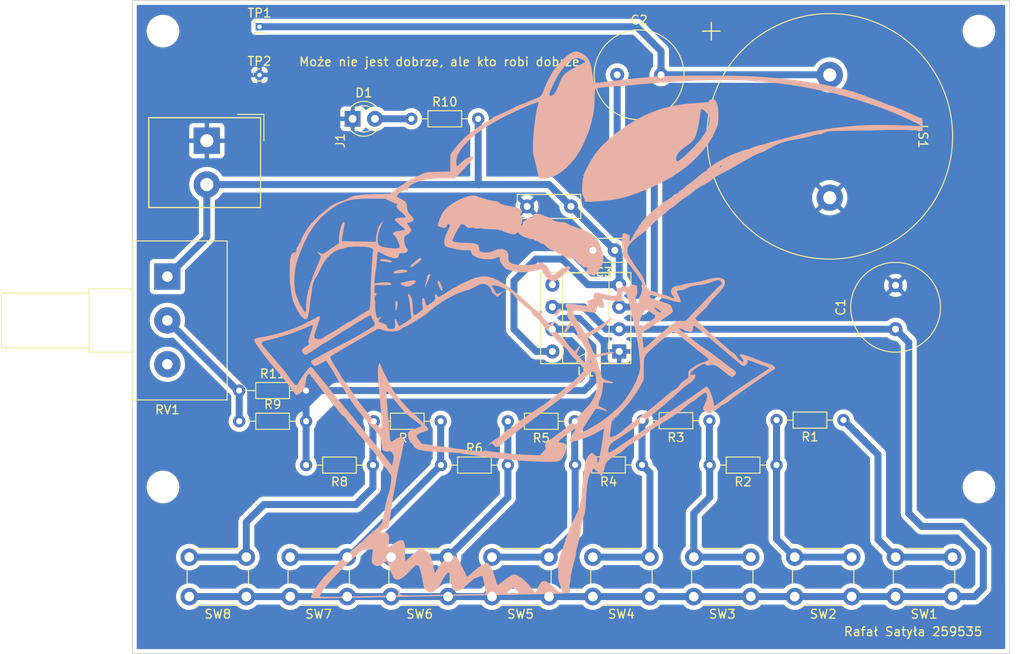
<source format=kicad_pcb>
(kicad_pcb (version 20221018) (generator pcbnew)
  (layers (0 "F.Cu" signal) (31 "B.Cu" signal) (34 "B.Paste" user) (35 "F.Paste" user) (36 "B.SilkS" user "B.Silkscreen") (37 "F.SilkS" user "F.Silkscreen") (38 "B.Mask" user) (39 "F.Mask" user) (44 "Edge.Cuts" user))
  (net 0 "")
  (net 1 "Net-(C1-Pad1)")
  (net 2 "GND")
  (net 3 "Net-(C2-Pad1)")
  (net 4 "+9V")
  (net 5 "Net-(R1-Pad1)")
  (net 6 "Net-(R8-Pad2)")
  (net 7 "Net-(R9-Pad1)")
  (net 10 "Net-(R1-Pad2)")
  (net 11 "Net-(R2-Pad2)")
  (net 12 "Net-(R3-Pad2)")
  (net 13 "Net-(R4-Pad2)")
  (net 14 "Net-(R5-Pad2)")
  (net 15 "Net-(R6-Pad1)")
  (net 16 "Net-(R7-Pad2)")
  (net 17 "Net-(D1-Pad2)")
  (net 18 "Net-(C2-Pad2)")
  (footprint "Resistor_THT:R_Axial_DIN0204_L3.6mm_D1.6mm_P7.62mm_Horizontal" (layer "F.Cu") (at 113.43 108.5 180)
    (fp_text reference "R2" (at 3.81 -1.92) (layer "F.SilkS"))
    (fp_text value "R")
    (pad "1" thru_hole circle (at 0 0 180) (size 1.4 1.4) (drill 0.7) (layers "*.Cu" "*.Mask") (net 10 "Net-(R1-Pad2)"))
    (pad "2" thru_hole oval (at 7.62 0 180) (size 1.4 1.4) (drill 0.7) (layers "*.Cu" "*.Mask") (net 11 "Net-(R2-Pad2)"))
  )
  (footprint "Connector_PinHeader_1.00mm:PinHeader_1x01_P1.00mm_Vertical" (layer "F.Cu") (at 54.5 64)
    (fp_text reference "TP2" (at 0 -1.56) (layer "F.SilkS"))
    (fp_text value "TestPoint")
    (pad "1" thru_hole rect (at 0 0) (size 0.85 0.85) (drill 0.5) (layers "*.Cu" "*.Mask") (net 2 "GND"))
  )
  (footprint "my_library:Speaker_botland" (layer "F.Cu") (at 119.5 71 -90)
    (fp_text reference "LS1" (at 0 -10.62 -90 unlocked) (layer "F.SilkS"))
    (fp_text value "Speaker" hide)
    (pad "1" thru_hole circle (at -7 0 270) (size 3 3) (drill 1.5) (layers "*.Cu" "*.Mask") (net 18 "Net-(C2-Pad2)"))
    (pad "2" thru_hole circle (at 7 0 270) (size 3 3) (drill 1.5) (layers "*.Cu" "*.Mask") (net 2 "GND"))
  )
  (footprint "MountingHole:MountingHole_2.7mm" (layer "F.Cu") (at 43.5 59)
    (fp_text reference "H3" hide)
    (fp_text value "MountingHole")
    (pad "" np_thru_hole circle (at 0 0) (size 2.7 2.7) (drill 2.7) (layers "*.Cu" "*.Mask"))
  )
  (footprint "TerminalBlock_Altech:Altech_AK300_1x02_P5.00mm_45-Degree" (layer "F.Cu") (at 48.5 71.5 -90)
    (fp_text reference "J1" (at 0 -15.2 90) (layer "F.SilkS"))
    (fp_text value "Screw_Terminal_01x02")
    (pad "1" thru_hole rect (at 0 0 270) (size 3 3) (drill 1.5) (layers "*.Cu" "*.Mask") (net 2 "GND"))
    (pad "2" thru_hole circle (at 5 0 270) (size 3 3) (drill 1.5) (layers "*.Cu" "*.Mask") (net 4 "+9V"))
  )
  (footprint "MountingHole:MountingHole_2.7mm" (layer "F.Cu") (at 136.5 111)
    (fp_text reference "H2" hide)
    (fp_text value "MountingHole")
    (pad "" np_thru_hole circle (at 0 0) (size 2.7 2.7) (drill 2.7) (layers "*.Cu" "*.Mask"))
  )
  (footprint "Capacitor_THT:C_Radial_D10.0mm_H12.5mm_P5.00mm" (layer "F.Cu") (at 95.267258 63.980865)
    (fp_text reference "C2" (at 2.5 -6.25) (layer "F.SilkS"))
    (fp_text value "C_Polarized")
    (pad "1" thru_hole circle (at 0 0) (size 1.6 1.6) (drill 0.8) (layers "*.Cu" "*.Mask") (net 3 "Net-(C2-Pad1)"))
    (pad "2" thru_hole circle (at 5 0) (size 1.6 1.6) (drill 0.8) (layers "*.Cu" "*.Mask") (net 18 "Net-(C2-Pad2)"))
  )
  (footprint "Button_Switch_THT:SW_PUSH_6mm_H8mm" (layer "F.Cu") (at 122 123.5 180)
    (fp_text reference "SW2" (at 3.25 -2) (layer "F.SilkS"))
    (fp_text value "SW_MEC_5E")
    (pad "1" thru_hole circle (at 0 0 270) (size 2 2) (drill 1.1) (layers "*.Cu" "*.Mask") (net 1 "Net-(C1-Pad1)"))
    (pad "1" thru_hole circle (at 6.5 0 270) (size 2 2) (drill 1.1) (layers "*.Cu" "*.Mask") (net 1 "Net-(C1-Pad1)"))
    (pad "2" thru_hole circle (at 0 4.5 270) (size 2 2) (drill 1.1) (layers "*.Cu" "*.Mask") (net 10 "Net-(R1-Pad2)"))
    (pad "2" thru_hole circle (at 6.5 4.5 270) (size 2 2) (drill 1.1) (layers "*.Cu" "*.Mask") (net 10 "Net-(R1-Pad2)"))
  )
  (footprint "Resistor_THT:R_Axial_DIN0204_L3.6mm_D1.6mm_P7.62mm_Horizontal" (layer "F.Cu") (at 121.056306 103.366171 180)
    (fp_text reference "R1" (at 3.81 -1.92) (layer "F.SilkS"))
    (fp_text value "R")
    (pad "1" thru_hole circle (at 0 0 180) (size 1.4 1.4) (drill 0.7) (layers "*.Cu" "*.Mask") (net 5 "Net-(R1-Pad1)"))
    (pad "2" thru_hole oval (at 7.62 0 180) (size 1.4 1.4) (drill 0.7) (layers "*.Cu" "*.Mask") (net 10 "Net-(R1-Pad2)"))
  )
  (footprint "Resistor_THT:R_Axial_DIN0204_L3.6mm_D1.6mm_P7.62mm_Horizontal" (layer "F.Cu") (at 98.097753 108.483439 180)
    (fp_text reference "R4" (at 3.81 -1.92) (layer "F.SilkS"))
    (fp_text value "R")
    (pad "1" thru_hole circle (at 0 0 180) (size 1.4 1.4) (drill 0.7) (layers "*.Cu" "*.Mask") (net 12 "Net-(R3-Pad2)"))
    (pad "2" thru_hole oval (at 7.62 0 180) (size 1.4 1.4) (drill 0.7) (layers "*.Cu" "*.Mask") (net 13 "Net-(R4-Pad2)"))
  )
  (footprint "Resistor_THT:R_Axial_DIN0204_L3.6mm_D1.6mm_P7.62mm_Horizontal" (layer "F.Cu") (at 75.152451 103.5 180)
    (fp_text reference "R7" (at 3.81 -1.92) (layer "F.SilkS"))
    (fp_text value "R")
    (pad "1" thru_hole circle (at 0 0 180) (size 1.4 1.4) (drill 0.7) (layers "*.Cu" "*.Mask") (net 15 "Net-(R6-Pad1)"))
    (pad "2" thru_hole oval (at 7.62 0 180) (size 1.4 1.4) (drill 0.7) (layers "*.Cu" "*.Mask") (net 16 "Net-(R7-Pad2)"))
  )
  (footprint "Button_Switch_THT:SW_PUSH_6mm_H8mm" (layer "F.Cu") (at 53 123.5 180)
    (fp_text reference "SW8" (at 3.25 -2) (layer "F.SilkS"))
    (fp_text value "SW_MEC_5E")
    (pad "1" thru_hole circle (at 0 0 270) (size 2 2) (drill 1.1) (layers "*.Cu" "*.Mask") (net 1 "Net-(C1-Pad1)"))
    (pad "1" thru_hole circle (at 6.5 0 270) (size 2 2) (drill 1.1) (layers "*.Cu" "*.Mask") (net 1 "Net-(C1-Pad1)"))
    (pad "2" thru_hole circle (at 0 4.5 270) (size 2 2) (drill 1.1) (layers "*.Cu" "*.Mask") (net 16 "Net-(R7-Pad2)"))
    (pad "2" thru_hole circle (at 6.5 4.5 270) (size 2 2) (drill 1.1) (layers "*.Cu" "*.Mask") (net 16 "Net-(R7-Pad2)"))
  )
  (footprint "Capacitor_THT:C_Disc_D7.0mm_W2.5mm_P5.00mm" (layer "F.Cu") (at 90 79 180)
    (fp_text reference "C4" (at 2.5 -2.5) (layer "F.SilkS"))
    (fp_text value "C_Small")
    (pad "1" thru_hole circle (at 0 0 180) (size 1.6 1.6) (drill 0.8) (layers "*.Cu" "*.Mask") (net 4 "+9V"))
    (pad "2" thru_hole circle (at 5 0 180) (size 1.6 1.6) (drill 0.8) (layers "*.Cu" "*.Mask") (net 2 "GND"))
  )
  (footprint "Resistor_THT:R_Axial_DIN0204_L3.6mm_D1.6mm_P7.62mm_Horizontal" (layer "F.Cu") (at 90.43 103.5 180)
    (fp_text reference "R5" (at 3.81 -1.92) (layer "F.SilkS"))
    (fp_text value "R")
    (pad "1" thru_hole circle (at 0 0 180) (size 1.4 1.4) (drill 0.7) (layers "*.Cu" "*.Mask") (net 13 "Net-(R4-Pad2)"))
    (pad "2" thru_hole oval (at 7.62 0 180) (size 1.4 1.4) (drill 0.7) (layers "*.Cu" "*.Mask") (net 14 "Net-(R5-Pad2)"))
  )
  (footprint "LED_THT:LED_D3.0mm" (layer "F.Cu") (at 65.12 69)
    (fp_text reference "D1" (at 1.27 -2.96) (layer "F.SilkS"))
    (fp_text value "LED")
    (pad "1" thru_hole rect (at 0 0) (size 1.8 1.8) (drill 0.9) (layers "*.Cu" "*.Mask") (net 2 "GND"))
    (pad "2" thru_hole circle (at 2.54 0) (size 1.8 1.8) (drill 0.9) (layers "*.Cu" "*.Mask") (net 17 "Net-(D1-Pad2)"))
  )
  (footprint "Button_Switch_THT:SW_PUSH_6mm_H8mm" (layer "F.Cu") (at 76 123.5 180)
    (fp_text reference "SW6" (at 3.25 -2) (layer "F.SilkS"))
    (fp_text value "SW_MEC_5E")
    (pad "1" thru_hole circle (at 0 0 270) (size 2 2) (drill 1.1) (layers "*.Cu" "*.Mask") (net 1 "Net-(C1-Pad1)"))
    (pad "1" thru_hole circle (at 6.5 0 270) (size 2 2) (drill 1.1) (layers "*.Cu" "*.Mask") (net 1 "Net-(C1-Pad1)"))
    (pad "2" thru_hole circle (at 0 4.5 270) (size 2 2) (drill 1.1) (layers "*.Cu" "*.Mask") (net 14 "Net-(R5-Pad2)"))
    (pad "2" thru_hole circle (at 6.5 4.5 270) (size 2 2) (drill 1.1) (layers "*.Cu" "*.Mask") (net 14 "Net-(R5-Pad2)"))
  )
  (footprint "Capacitor_THT:C_Radial_D10.0mm_H12.5mm_P5.00mm" (layer "F.Cu") (at 127 93 90)
    (fp_text reference "C1" (at 2.5 -6.25 90) (layer "F.SilkS"))
    (fp_text value "C_Trim")
    (pad "1" thru_hole circle (at 0 0 90) (size 1.6 1.6) (drill 0.8) (layers "*.Cu" "*.Mask") (net 1 "Net-(C1-Pad1)"))
    (pad "2" thru_hole circle (at 5 0 90) (size 1.6 1.6) (drill 0.8) (layers "*.Cu" "*.Mask") (net 2 "GND"))
  )
  (footprint "Resistor_THT:R_Axial_DIN0204_L3.6mm_D1.6mm_P7.62mm_Horizontal" (layer "F.Cu") (at 52.19 103.5)
    (fp_text reference "R9" (at 3.81 -1.92) (layer "F.SilkS"))
    (fp_text value "R")
    (pad "1" thru_hole circle (at 0 0) (size 1.4 1.4) (drill 0.7) (layers "*.Cu" "*.Mask") (net 7 "Net-(R9-Pad1)"))
    (pad "2" thru_hole oval (at 7.62 0) (size 1.4 1.4) (drill 0.7) (layers "*.Cu" "*.Mask") (net 6 "Net-(R8-Pad2)"))
  )
  (footprint "Button_Switch_THT:SW_PUSH_6mm_H8mm" (layer "F.Cu") (at 110.5 123.5 180)
    (fp_text reference "SW3" (at 3.25 -2) (layer "F.SilkS"))
    (fp_text value "SW_MEC_5E")
    (pad "1" thru_hole circle (at 0 0 270) (size 2 2) (drill 1.1) (layers "*.Cu" "*.Mask") (net 1 "Net-(C1-Pad1)"))
    (pad "1" thru_hole circle (at 6.5 0 270) (size 2 2) (drill 1.1) (layers "*.Cu" "*.Mask") (net 1 "Net-(C1-Pad1)"))
    (pad "2" thru_hole circle (at 0 4.5 270) (size 2 2) (drill 1.1) (layers "*.Cu" "*.Mask") (net 11 "Net-(R2-Pad2)"))
    (pad "2" thru_hole circle (at 6.5 4.5 270) (size 2 2) (drill 1.1) (layers "*.Cu" "*.Mask") (net 11 "Net-(R2-Pad2)"))
  )
  (footprint "Resistor_THT:R_Axial_DIN0204_L3.6mm_D1.6mm_P7.62mm_Horizontal" (layer "F.Cu") (at 75.19 108.5)
    (fp_text reference "R6" (at 3.81 -1.92) (layer "F.SilkS"))
    (fp_text value "R")
    (pad "1" thru_hole circle (at 0 0) (size 1.4 1.4) (drill 0.7) (layers "*.Cu" "*.Mask") (net 15 "Net-(R6-Pad1)"))
    (pad "2" thru_hole oval (at 7.62 0) (size 1.4 1.4) (drill 0.7) (layers "*.Cu" "*.Mask") (net 14 "Net-(R5-Pad2)"))
  )
  (footprint "Capacitor_THT:C_Disc_D5.0mm_W2.5mm_P2.50mm" (layer "F.Cu") (at 95 84 180)
    (fp_text reference "C3" (at 1.25 -2.5) (layer "F.SilkS"))
    (fp_text value "C_Small")
    (pad "1" thru_hole circle (at 0 0 180) (size 1.6 1.6) (drill 0.8) (layers "*.Cu" "*.Mask") (net 4 "+9V"))
    (pad "2" thru_hole circle (at 2.5 0 180) (size 1.6 1.6) (drill 0.8) (layers "*.Cu" "*.Mask") (net 2 "GND"))
  )
  (footprint "Button_Switch_THT:SW_PUSH_6mm_H8mm" (layer "F.Cu") (at 99 123.5 180)
    (fp_text reference "SW4" (at 3.25 -2) (layer "F.SilkS"))
    (fp_text value "SW_MEC_5E")
    (pad "1" thru_hole circle (at 0 0 270) (size 2 2) (drill 1.1) (layers "*.Cu" "*.Mask") (net 1 "Net-(C1-Pad1)"))
    (pad "1" thru_hole circle (at 6.5 0 270) (size 2 2) (drill 1.1) (layers "*.Cu" "*.Mask") (net 1 "Net-(C1-Pad1)"))
    (pad "2" thru_hole circle (at 0 4.5 270) (size 2 2) (drill 1.1) (layers "*.Cu" "*.Mask") (net 12 "Net-(R3-Pad2)"))
    (pad "2" thru_hole circle (at 6.5 4.5 270) (size 2 2) (drill 1.1) (layers "*.Cu" "*.Mask") (net 12 "Net-(R3-Pad2)"))
  )
  (footprint "MountingHole:MountingHole_2.7mm" (layer "F.Cu") (at 136.5 59)
    (fp_text reference "H1" hide)
    (fp_text value "MountingHole")
    (pad "" np_thru_hole circle (at 0 0) (size 2.7 2.7) (drill 2.7) (layers "*.Cu" "*.Mask"))
  )
  (footprint "Connector_PinHeader_1.00mm:PinHeader_1x01_P1.00mm_Vertical" (layer "F.Cu") (at 54.5 58.5)
    (fp_text reference "TP1" (at 0 -1.56) (layer "F.SilkS"))
    (fp_text value "TestPoint")
    (pad "1" thru_hole rect (at 0 0) (size 0.85 0.85) (drill 0.5) (layers "*.Cu" "*.Mask") (net 18 "Net-(C2-Pad2)"))
  )
  (footprint "Button_Switch_THT:SW_PUSH_6mm_H8mm" (layer "F.Cu") (at 133.5 123.5 180)
    (fp_text reference "SW1" (at 3.25 -2) (layer "F.SilkS"))
    (fp_text value "SW_MEC_5E")
    (pad "1" thru_hole circle (at 0 0 270) (size 2 2) (drill 1.1) (layers "*.Cu" "*.Mask") (net 1 "Net-(C1-Pad1)"))
    (pad "1" thru_hole circle (at 6.5 0 270) (size 2 2) (drill 1.1) (layers "*.Cu" "*.Mask") (net 1 "Net-(C1-Pad1)"))
    (pad "2" thru_hole circle (at 0 4.5 270) (size 2 2) (drill 1.1) (layers "*.Cu" "*.Mask") (net 5 "Net-(R1-Pad1)"))
    (pad "2" thru_hole circle (at 6.5 4.5 270) (size 2 2) (drill 1.1) (layers "*.Cu" "*.Mask") (net 5 "Net-(R1-Pad1)"))
  )
  (footprint "Button_Switch_THT:SW_PUSH_6mm_H8mm" (layer "F.Cu") (at 64.5 123.5 180)
    (fp_text reference "SW7" (at 3.25 -2) (layer "F.SilkS"))
    (fp_text value "SW_MEC_5E")
    (pad "1" thru_hole circle (at 0 0 270) (size 2 2) (drill 1.1) (layers "*.Cu" "*.Mask") (net 1 "Net-(C1-Pad1)"))
    (pad "1" thru_hole circle (at 6.5 0 270) (size 2 2) (drill 1.1) (layers "*.Cu" "*.Mask") (net 1 "Net-(C1-Pad1)"))
    (pad "2" thru_hole circle (at 0 4.5 270) (size 2 2) (drill 1.1) (layers "*.Cu" "*.Mask") (net 15 "Net-(R6-Pad1)"))
    (pad "2" thru_hole circle (at 6.5 4.5 270) (size 2 2) (drill 1.1) (layers "*.Cu" "*.Mask") (net 15 "Net-(R6-Pad1)"))
  )
  (footprint "Package_DIP:DIP-8_W7.62mm_Socket" (layer "F.Cu") (at 95.5 95.54 180)
    (fp_text reference "U1" (at 3.81 -2.33) (layer "F.SilkS"))
    (fp_text value "NE555P")
    (pad "1" thru_hole rect (at 0 0 180) (size 1.6 1.6) (drill 0.8) (layers "*.Cu" "*.Mask") (net 2 "GND"))
    (pad "2" thru_hole oval (at 0 2.54 180) (size 1.6 1.6) (drill 0.8) (layers "*.Cu" "*.Mask") (net 1 "Net-(C1-Pad1)"))
    (pad "3" thru_hole oval (at 0 5.08 180) (size 1.6 1.6) (drill 0.8) (layers "*.Cu" "*.Mask") (net 3 "Net-(C2-Pad1)"))
    (pad "4" thru_hole oval (at 0 7.62 180) (size 1.6 1.6) (drill 0.8) (layers "*.Cu" "*.Mask") (net 4 "+9V"))
    (pad "5" thru_hole oval (at 7.62 7.62 180) (size 1.6 1.6) (drill 0.8) (layers "*.Cu" "*.Mask"))
    (pad "6" thru_hole oval (at 7.62 5.08 180) (size 1.6 1.6) (drill 0.8) (layers "*.Cu" "*.Mask") (net 1 "Net-(C1-Pad1)"))
    (pad "7" thru_hole oval (at 7.62 2.54 180) (size 1.6 1.6) (drill 0.8) (layers "*.Cu" "*.Mask") (net 6 "Net-(R8-Pad2)"))
    (pad "8" thru_hole oval (at 7.62 0 180) (size 1.6 1.6) (drill 0.8) (layers "*.Cu" "*.Mask") (net 4 "+9V"))
  )
  (footprint "Resistor_THT:R_Axial_DIN0204_L3.6mm_D1.6mm_P7.62mm_Horizontal" (layer "F.Cu") (at 71.81 69)
    (fp_text reference "R10" (at 3.81 -1.92) (layer "F.SilkS"))
    (fp_text value "R")
    (pad "1" thru_hole circle (at 0 0) (size 1.4 1.4) (drill 0.7) (layers "*.Cu" "*.Mask") (net 17 "Net-(D1-Pad2)"))
    (pad "2" thru_hole oval (at 7.62 0) (size 1.4 1.4) (drill 0.7) (layers "*.Cu" "*.Mask") (net 4 "+9V"))
  )
  (footprint "Resistor_THT:R_Axial_DIN0204_L3.6mm_D1.6mm_P7.62mm_Horizontal" (layer "F.Cu") (at 105.78028 103.435323 180)
    (fp_text reference "R3" (at 3.81 -1.92) (layer "F.SilkS"))
    (fp_text value "R")
    (pad "1" thru_hole circle (at 0 0 180) (size 1.4 1.4) (drill 0.7) (layers "*.Cu" "*.Mask") (net 11 "Net-(R2-Pad2)"))
    (pad "2" thru_hole oval (at 7.62 0 180) (size 1.4 1.4) (drill 0.7) (layers "*.Cu" "*.Mask") (net 12 "Net-(R3-Pad2)"))
  )
  (footprint "Potentiometer_THT:Potentiometer_Alps_RK163_Single_Horizontal" (layer "F.Cu") (at 44 87)
    (fp_text reference "RV1" (at 0 15.2 180) (layer "F.SilkS"))
    (fp_text value "R_Potentiometer")
    (pad "1" thru_hole rect (at 0 0 180) (size 3 3) (drill 1.2) (layers "*.Cu" "*.Mask") (net 4 "+9V"))
    (pad "2" thru_hole circle (at 0 5 180) (size 3 3) (drill 1.2) (layers "*.Cu" "*.Mask") (net 7 "Net-(R9-Pad1)"))
    (pad "3" thru_hole circle (at 0 10 180) (size 3 3) (drill 1.2) (layers "*.Cu" "*.Mask"))
  )
  (footprint "MountingHole:MountingHole_2.7mm" (layer "F.Cu") (at 43.5 111)
    (fp_text reference "H4" hide)
    (fp_text value "MountingHole")
    (pad "" np_thru_hole circle (at 0 0) (size 2.7 2.7) (drill 2.7) (layers "*.Cu" "*.Mask"))
  )
  (footprint "Resistor_THT:R_Axial_DIN0204_L3.6mm_D1.6mm_P7.62mm_Horizontal" (layer "F.Cu") (at 52.19 100)
    (fp_text reference "R11" (at 3.81 -1.92) (layer "F.SilkS"))
    (fp_text value "R")
    (pad "1" thru_hole circle (at 0 0) (size 1.4 1.4) (drill 0.7) (layers "*.Cu" "*.Mask") (net 7 "Net-(R9-Pad1)"))
    (pad "2" thru_hole oval (at 7.62 0) (size 1.4 1.4) (drill 0.7) (layers "*.Cu" "*.Mask") (net 6 "Net-(R8-Pad2)"))
  )
  (footprint "Resistor_THT:R_Axial_DIN0204_L3.6mm_D1.6mm_P7.62mm_Horizontal" (layer "F.Cu") (at 67.43 108.5 180)
    (fp_text reference "R8" (at 3.81 -1.92) (layer "F.SilkS"))
    (fp_text value "R")
    (pad "1" thru_hole circle (at 0 0 180) (size 1.4 1.4) (drill 0.7) (layers "*.Cu" "*.Mask") (net 16 "Net-(R7-Pad2)"))
    (pad "2" thru_hole oval (at 7.62 0 180) (size 1.4 1.4) (drill 0.7) (layers "*.Cu" "*.Mask") (net 6 "Net-(R8-Pad2)"))
  )
  (footprint "Button_Switch_THT:SW_PUSH_6mm_H8mm" (layer "F.Cu") (at 87.5 123.5 180)
    (fp_text reference "SW5" (at 3.25 -2) (layer "F.SilkS"))
    (fp_text value "SW_MEC_5E")
    (pad "1" thru_hole circle (at 0 0 270) (size 2 2) (drill 1.1) (layers "*.Cu" "*.Mask") (net 1 "Net-(C1-Pad1)"))
    (pad "1" thru_hole circle (at 6.5 0 270) (size 2 2) (drill 1.1) (layers "*.Cu" "*.Mask") (net 1 "Net-(C1-Pad1)"))
    (pad "2" thru_hole circle (at 0 4.5 270) (size 2 2) (drill 1.1) (layers "*.Cu" "*.Mask") (net 13 "Net-(R4-Pad2)"))
    (pad "2" thru_hole circle (at 6.5 4.5 270) (size 2 2) (drill 1.1) (layers "*.Cu" "*.Mask") (net 13 "Net-(R4-Pad2)"))
  )
  (footprint "my_library:kosmita" (layer "B.Cu") (at 91.987078 89.247586 180)
    (fp_text reference "" hide)
    (fp_text value "" hide)
  )
  (gr_line (start 105 59) (end 107 59) (stroke (width 0.15)) (layer "F.SilkS"))
  (gr_line (start 106 58) (end 106 60) (stroke (width 0.15)) (layer "F.SilkS"))
  (gr_rect (start 40 55.5) (end 140 130) (stroke (width 0.1)) (fill none) (layer "Edge.Cuts"))
  (gr_text "Może nie jest dobrze, ale kto robi dobrze" (at 75 62.5) (layer "F.SilkS") (effects (font (size 1 1))))
  (gr_text "Rafał Satyła 259535" (at 129 127.5) (layer "F.SilkS") (effects (font (size 1 1))))
  (segment (start 137 118) (end 134.5 115.5) (width 0.8) (layer "B.Cu") (net 1))
  (segment (start 128.5 114) (end 128.5 94.5) (width 0.8) (layer "B.Cu") (net 1))
  (segment (start 87.96 90.46) (end 88 90.5) (width 0.25) (layer "B.Cu") (net 1))
  (segment (start 95.5 93) (end 94 93) (width 0.8) (layer "B.Cu") (net 1))
  (segment (start 94 93) (end 91.46 90.46) (width 0.8) (layer "B.Cu") (net 1))
  (segment (start 130 115.5) (end 128.5 114) (width 0.8) (layer "B.Cu") (net 1))
  (segment (start 87.88 90.46) (end 87.96 90.46) (width 0.25) (layer "B.Cu") (net 1))
  (segment (start 136 123.5) (end 137 122.5) (width 0.8) (layer "B.Cu") (net 1))
  (segment (start 133.5 123.5) (end 136 123.5) (width 0.8) (layer "B.Cu") (net 1))
  (segment (start 128.5 94.5) (end 127 93) (width 0.8) (layer "B.Cu") (net 1))
  (segment (start 127 93) (end 95.5 93) (width 0.8) (layer "B.Cu") (net 1))
  (segment (start 134.5 115.5) (end 130 115.5) (width 0.8) (layer "B.Cu") (net 1))
  (segment (start 137 122.5) (end 137 118) (width 0.8) (layer "B.Cu") (net 1))
  (segment (start 46.5 123.5) (end 133.5 123.5) (width 0.8) (layer "B.Cu") (net 1))
  (segment (start 91.46 90.46) (end 87.88 90.46) (width 0.8) (layer "B.Cu") (net 1))
  (segment (start 95.267258 63.980865) (end 95.267258 72.267258) (width 0.8) (layer "B.Cu") (net 3))
  (segment (start 98.04 90.46) (end 95.5 90.46) (width 0.8) (layer "B.Cu") (net 3))
  (segment (start 95.267258 72.267258) (end 99.5 76.5) (width 0.8) (layer "B.Cu") (net 3))
  (segment (start 99.5 76.5) (end 99.5 89) (width 0.8) (layer "B.Cu") (net 3))
  (segment (start 99.5 89) (end 98.04 90.46) (width 0.8) (layer "B.Cu") (net 3))
  (segment (start 95.5 87.92) (end 91.92 87.92) (width 0.8) (layer "B.Cu") (net 4))
  (segment (start 86.04 95.54) (end 87.88 95.54) (width 0.8) (layer "B.Cu") (net 4))
  (segment (start 83.5 93) (end 86.04 95.54) (width 0.8) (layer "B.Cu") (net 4))
  (segment (start 91.92 87.92) (end 89 85) (width 0.8) (layer "B.Cu") (net 4))
  (segment (start 79.5 76.5) (end 48.5 76.5) (width 0.8) (layer "B.Cu") (net 4))
  (segment (start 83.5 87.5) (end 83.5 93) (width 0.8) (layer "B.Cu") (net 4))
  (segment (start 95.5 84.5) (end 95.5 87.92) (width 0.8) (layer "B.Cu") (net 4))
  (segment (start 87.5 76.5) (end 79.5 76.5) (width 0.8) (layer "B.Cu") (net 4))
  (segment (start 48.5 76.5) (end 48.5 82.5) (width 0.8) (layer "B.Cu") (net 4))
  (segment (start 95 84) (end 95.5 84.5) (width 0.8) (layer "B.Cu") (net 4))
  (segment (start 90 79) (end 95 84) (width 0.8) (layer "B.Cu") (net 4))
  (segment (start 79.43 76.43) (end 79.5 76.5) (width 0.8) (layer "B.Cu") (net 4))
  (segment (start 79.43 69) (end 79.43 76.43) (width 0.8) (layer "B.Cu") (net 4))
  (segment (start 48.5 82.5) (end 44 87) (width 0.8) (layer "B.Cu") (net 4))
  (segment (start 87.5 76.5) (end 90 79) (width 0.8) (layer "B.Cu") (net 4))
  (segment (start 89 85) (end 86 85) (width 0.8) (layer "B.Cu") (net 4))
  (segment (start 86 85) (end 83.5 87.5) (width 0.8) (layer "B.Cu") (net 4))
  (segment (start 125 107.309865) (end 125 117) (width 0.8) (layer "B.Cu") (net 5))
  (segment (start 127 119) (end 133.5 119) (width 0.8) (layer "B.Cu") (net 5))
  (segment (start 125 117) (end 127 119) (width 0.8) (layer "B.Cu") (net 5))
  (segment (start 121.056306 103.366171) (end 125 107.309865) (width 0.8) (layer "B.Cu") (net 5))
  (segment (start 92.5 99) (end 92.5 95) (width 0.8) (layer "B.Cu") (net 6))
  (segment (start 91.5 100) (end 92.5 99) (width 0.8) (layer "B.Cu") (net 6))
  (segment (start 59.81 100) (end 59.81 103.5) (width 0.8) (layer "B.Cu") (net 6))
  (segment (start 59.81 100) (end 63.31 100) (width 0.8) (layer "B.Cu") (net 6))
  (segment (start 63.31 100) (end 91.5 100) (width 0.8) (layer "B.Cu") (net 6))
  (segment (start 92.5 95) (end 90.5 93) (width 0.8) (layer "B.Cu") (net 6))
  (segment (start 90.5 93) (end 87.88 93) (width 0.8) (layer "B.Cu") (net 6))
  (segment (start 59.81 103.5) (end 59.81 108.5) (width 0.8) (layer "B.Cu") (net 6))
  (segment (start 52.19 100) (end 52.19 103.5) (width 0.8) (layer "B.Cu") (net 7))
  (segment (start 52 100) (end 52.19 100) (width 0.5) (layer "B.Cu") (net 7))
  (segment (start 44 92) (end 52 100) (width 0.8) (layer "B.Cu") (net 7))
  (segment (start 113.43 116.93) (end 115.5 119) (width 0.8) (layer "B.Cu") (net 10))
  (segment (start 113.43 108.5) (end 113.43 103.372477) (width 0.8) (layer "B.Cu") (net 10))
  (segment (start 113.43 108.5) (end 113.43 116.93) (width 0.8) (layer "B.Cu") (net 10))
  (segment (start 115.5 119) (end 122 119) (width 0.8) (layer "B.Cu") (net 10))
  (segment (start 113.43 103.372477) (end 113.436306 103.366171) (width 0.8) (layer "B.Cu") (net 10))
  (segment (start 104 114) (end 104 119) (width 0.8) (layer "B.Cu") (net 11))
  (segment (start 105.81 112.19) (end 104 114) (width 0.8) (layer "B.Cu") (net 11))
  (segment (start 105.81 108.5) (end 105.81 112.19) (width 0.8) (layer "B.Cu") (net 11))
  (segment (start 105.78028 103.435323) (end 105.78028 108.47028) (width 0.8) (layer "B.Cu") (net 11))
  (segment (start 105.78028 108.47028) (end 105.81 108.5) (width 0.8) (layer "B.Cu") (net 11))
  (segment (start 104 119) (end 110.5 119) (width 0.8) (layer "B.Cu") (net 11))
  (segment (start 98.097753 108.483439) (end 99 109.385686) (width 0.8) (layer "B.Cu") (net 12))
  (segment (start 99 119) (end 92.5 119) (width 0.8) (layer "B.Cu") (net 12))
  (segment (start 98.097753 108.483439) (end 98.097753 103.49785) (width 0.8) (layer "B.Cu") (net 12))
  (segment (start 99 109.385686) (end 99 119) (width 0.8) (layer "B.Cu") (net 12))
  (segment (start 98.097753 103.49785) (end 98.16028 103.435323) (width 0.8) (layer "B.Cu") (net 12))
  (segment (start 90.43 103.5) (end 90.43 108.435686) (width 0.8) (layer "B.Cu") (net 13))
  (segment (start 90.477753 108.483439) (end 90.477753 116.022247) (width 0.8) (layer "B.Cu") (net 13))
  (segment (start 90.43 108.435686) (end 90.477753 108.483439) (width 0.8) (layer "B.Cu") (net 13))
  (segment (start 87.5 119) (end 81 119) (width 0.8) (layer "B.Cu") (net 13))
  (segment (start 90.477753 116.022247) (end 87.5 119) (width 0.8) (layer "B.Cu") (net 13))
  (segment (start 82.81 108.5) (end 82.81 112.19) (width 0.8) (layer "B.Cu") (net 14))
  (segment (start 76 119) (end 69.5 119) (width 0.8) (layer "B.Cu") (net 14))
  (segment (start 82.81 108.5) (end 82.81 103.5) (width 0.8) (layer "B.Cu") (net 14))
  (segment (start 82.81 112.19) (end 76 119) (width 0.8) (layer "B.Cu") (net 14))
  (segment (start 75.152451 108.462451) (end 75.19 108.5) (width 0.8) (layer "B.Cu") (net 15))
  (segment (start 64.5 119) (end 58 119) (width 0.8) (layer "B.Cu") (net 15))
  (segment (start 75.19 108.5) (end 64.69 119) (width 0.8) (layer "B.Cu") (net 15))
  (segment (start 64.69 119) (end 64.5 119) (width 0.8) (layer "B.Cu") (net 15))
  (segment (start 75.152451 103.5) (end 75.152451 108.462451) (width 0.8) (layer "B.Cu") (net 15))
  (segment (start 53 115) (end 53 119) (width 0.8) (layer "B.Cu") (net 16))
  (segment (start 67.43 103.602451) (end 67.532451 103.5) (width 0.8) (layer "B.Cu") (net 16))
  (segment (start 65.5 113) (end 55 113) (width 0.8) (layer "B.Cu") (net 16))
  (segment (start 67.43 108.5) (end 67.43 111.07) (width 0.8) (layer "B.Cu") (net 16))
  (segment (start 67.43 111.07) (end 65.5 113) (width 0.8) (layer "B.Cu") (net 16))
  (segment (start 53 119) (end 46.5 119) (width 0.8) (layer "B.Cu") (net 16))
  (segment (start 55 113) (end 53 115) (width 0.8) (layer "B.Cu") (net 16))
  (segment (start 67.43 108.5) (end 67.43 103.602451) (width 0.8) (layer "B.Cu") (net 16))
  (segment (start 67.66 69) (end 71.81 69) (width 0.8) (layer "B.Cu") (net 17))
  (segment (start 97.5 58.5) (end 54.5 58.5) (width 0.8) (layer "B.Cu") (net 18))
  (segment (start 100.267258 63.980865) (end 100.267258 61.267258) (width 0.8) (layer "B.Cu") (net 18))
  (segment (start 119.480865 63.980865) (end 119.5 64) (width 0.8) (layer "B.Cu") (net 18))
  (segment (start 100.267258 61.267258) (end 97.5 58.5) (width 0.8) (layer "B.Cu") (net 18))
  (segment (start 100.267258 63.980865) (end 119.480865 63.980865) (width 0.8) (layer "B.Cu") (net 18))
  (zone (net 2) (net_name "GND") (layer "B.Cu") (name "Ground") (connect_pads (clearance 0.508)) (min_thickness 0.254) (fill yes (thermal_gap 0.508) (thermal_bridge_width 0.508))
    (polygon (pts (xy 140 130) (xy 40 130) (xy 40 55.5) (xy 140 55.5)))
  )
)
</source>
